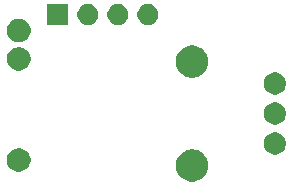
<source format=gbr>
%TF.GenerationSoftware,KiCad,Pcbnew,9.0.3-9.0.3-0~ubuntu22.04.1*%
%TF.CreationDate,2025-07-27T08:17:54-07:00*%
%TF.ProjectId,mixer-out,6d697865-722d-46f7-9574-2e6b69636164,rev?*%
%TF.SameCoordinates,Original*%
%TF.FileFunction,Soldermask,Top*%
%TF.FilePolarity,Negative*%
%FSLAX46Y46*%
G04 Gerber Fmt 4.6, Leading zero omitted, Abs format (unit mm)*
G04 Created by KiCad (PCBNEW 9.0.3-9.0.3-0~ubuntu22.04.1) date 2025-07-27 08:17:54*
%MOMM*%
%LPD*%
G01*
G04 APERTURE LIST*
G04 APERTURE END LIST*
G36*
X140722013Y-95770758D02*
G01*
X140926693Y-95837262D01*
X141118450Y-95934967D01*
X141292561Y-96061466D01*
X141444740Y-96213645D01*
X141571239Y-96387756D01*
X141668944Y-96579513D01*
X141735448Y-96784193D01*
X141769115Y-96996756D01*
X141769115Y-97211970D01*
X141735448Y-97424533D01*
X141668944Y-97629213D01*
X141571239Y-97820970D01*
X141444740Y-97995081D01*
X141292561Y-98147260D01*
X141118450Y-98273759D01*
X140926693Y-98371464D01*
X140722013Y-98437968D01*
X140509450Y-98471635D01*
X140294236Y-98471635D01*
X140081673Y-98437968D01*
X139876993Y-98371464D01*
X139685236Y-98273759D01*
X139511125Y-98147260D01*
X139358946Y-97995081D01*
X139232447Y-97820970D01*
X139134742Y-97629213D01*
X139068238Y-97424533D01*
X139034571Y-97211970D01*
X139034571Y-96996756D01*
X139068238Y-96784193D01*
X139134742Y-96579513D01*
X139232447Y-96387756D01*
X139358946Y-96213645D01*
X139511125Y-96061466D01*
X139685236Y-95934967D01*
X139876993Y-95837262D01*
X140081673Y-95770758D01*
X140294236Y-95737091D01*
X140509450Y-95737091D01*
X140722013Y-95770758D01*
G37*
G36*
X126021214Y-95686997D02*
G01*
X126202905Y-95762257D01*
X126366423Y-95871516D01*
X126505484Y-96010577D01*
X126614743Y-96174095D01*
X126690003Y-96355786D01*
X126728369Y-96548669D01*
X126728369Y-96745331D01*
X126690003Y-96938214D01*
X126614743Y-97119905D01*
X126505484Y-97283423D01*
X126366423Y-97422484D01*
X126202905Y-97531743D01*
X126021214Y-97607003D01*
X125828331Y-97645369D01*
X125631669Y-97645369D01*
X125438786Y-97607003D01*
X125257095Y-97531743D01*
X125093577Y-97422484D01*
X124954516Y-97283423D01*
X124845257Y-97119905D01*
X124769997Y-96938214D01*
X124731631Y-96745331D01*
X124731631Y-96548669D01*
X124769997Y-96355786D01*
X124845257Y-96174095D01*
X124954516Y-96010577D01*
X125093577Y-95871516D01*
X125257095Y-95762257D01*
X125438786Y-95686997D01*
X125631669Y-95648631D01*
X125828331Y-95648631D01*
X126021214Y-95686997D01*
G37*
G36*
X147685024Y-94350926D02*
G01*
X147855215Y-94421422D01*
X148008382Y-94523765D01*
X148138641Y-94654024D01*
X148240984Y-94807191D01*
X148311480Y-94977382D01*
X148347418Y-95158056D01*
X148347418Y-95342270D01*
X148311480Y-95522944D01*
X148240984Y-95693135D01*
X148138641Y-95846302D01*
X148008382Y-95976561D01*
X147855215Y-96078904D01*
X147685024Y-96149400D01*
X147504350Y-96185338D01*
X147320136Y-96185338D01*
X147139462Y-96149400D01*
X146969271Y-96078904D01*
X146816104Y-95976561D01*
X146685845Y-95846302D01*
X146583502Y-95693135D01*
X146513006Y-95522944D01*
X146477068Y-95342270D01*
X146477068Y-95158056D01*
X146513006Y-94977382D01*
X146583502Y-94807191D01*
X146685845Y-94654024D01*
X146816104Y-94523765D01*
X146969271Y-94421422D01*
X147139462Y-94350926D01*
X147320136Y-94314988D01*
X147504350Y-94314988D01*
X147685024Y-94350926D01*
G37*
G36*
X147685024Y-91810926D02*
G01*
X147855215Y-91881422D01*
X148008382Y-91983765D01*
X148138641Y-92114024D01*
X148240984Y-92267191D01*
X148311480Y-92437382D01*
X148347418Y-92618056D01*
X148347418Y-92802270D01*
X148311480Y-92982944D01*
X148240984Y-93153135D01*
X148138641Y-93306302D01*
X148008382Y-93436561D01*
X147855215Y-93538904D01*
X147685024Y-93609400D01*
X147504350Y-93645338D01*
X147320136Y-93645338D01*
X147139462Y-93609400D01*
X146969271Y-93538904D01*
X146816104Y-93436561D01*
X146685845Y-93306302D01*
X146583502Y-93153135D01*
X146513006Y-92982944D01*
X146477068Y-92802270D01*
X146477068Y-92618056D01*
X146513006Y-92437382D01*
X146583502Y-92267191D01*
X146685845Y-92114024D01*
X146816104Y-91983765D01*
X146969271Y-91881422D01*
X147139462Y-91810926D01*
X147320136Y-91774988D01*
X147504350Y-91774988D01*
X147685024Y-91810926D01*
G37*
G36*
X147685024Y-89270926D02*
G01*
X147855215Y-89341422D01*
X148008382Y-89443765D01*
X148138641Y-89574024D01*
X148240984Y-89727191D01*
X148311480Y-89897382D01*
X148347418Y-90078056D01*
X148347418Y-90262270D01*
X148311480Y-90442944D01*
X148240984Y-90613135D01*
X148138641Y-90766302D01*
X148008382Y-90896561D01*
X147855215Y-90998904D01*
X147685024Y-91069400D01*
X147504350Y-91105338D01*
X147320136Y-91105338D01*
X147139462Y-91069400D01*
X146969271Y-90998904D01*
X146816104Y-90896561D01*
X146685845Y-90766302D01*
X146583502Y-90613135D01*
X146513006Y-90442944D01*
X146477068Y-90262270D01*
X146477068Y-90078056D01*
X146513006Y-89897382D01*
X146583502Y-89727191D01*
X146685845Y-89574024D01*
X146816104Y-89443765D01*
X146969271Y-89341422D01*
X147139462Y-89270926D01*
X147320136Y-89234988D01*
X147504350Y-89234988D01*
X147685024Y-89270926D01*
G37*
G36*
X140722013Y-86982358D02*
G01*
X140926693Y-87048862D01*
X141118450Y-87146567D01*
X141292561Y-87273066D01*
X141444740Y-87425245D01*
X141571239Y-87599356D01*
X141668944Y-87791113D01*
X141735448Y-87995793D01*
X141769115Y-88208356D01*
X141769115Y-88423570D01*
X141735448Y-88636133D01*
X141668944Y-88840813D01*
X141571239Y-89032570D01*
X141444740Y-89206681D01*
X141292561Y-89358860D01*
X141118450Y-89485359D01*
X140926693Y-89583064D01*
X140722013Y-89649568D01*
X140509450Y-89683235D01*
X140294236Y-89683235D01*
X140081673Y-89649568D01*
X139876993Y-89583064D01*
X139685236Y-89485359D01*
X139511125Y-89358860D01*
X139358946Y-89206681D01*
X139232447Y-89032570D01*
X139134742Y-88840813D01*
X139068238Y-88636133D01*
X139034571Y-88423570D01*
X139034571Y-88208356D01*
X139068238Y-87995793D01*
X139134742Y-87791113D01*
X139232447Y-87599356D01*
X139358946Y-87425245D01*
X139511125Y-87273066D01*
X139685236Y-87146567D01*
X139876993Y-87048862D01*
X140081673Y-86982358D01*
X140294236Y-86948691D01*
X140509450Y-86948691D01*
X140722013Y-86982358D01*
G37*
G36*
X126021214Y-87127197D02*
G01*
X126202905Y-87202457D01*
X126366423Y-87311716D01*
X126505484Y-87450777D01*
X126614743Y-87614295D01*
X126690003Y-87795986D01*
X126728369Y-87988869D01*
X126728369Y-88185531D01*
X126690003Y-88378414D01*
X126614743Y-88560105D01*
X126505484Y-88723623D01*
X126366423Y-88862684D01*
X126202905Y-88971943D01*
X126021214Y-89047203D01*
X125828331Y-89085569D01*
X125631669Y-89085569D01*
X125438786Y-89047203D01*
X125257095Y-88971943D01*
X125093577Y-88862684D01*
X124954516Y-88723623D01*
X124845257Y-88560105D01*
X124769997Y-88378414D01*
X124731631Y-88185531D01*
X124731631Y-87988869D01*
X124769997Y-87795986D01*
X124845257Y-87614295D01*
X124954516Y-87450777D01*
X125093577Y-87311716D01*
X125257095Y-87202457D01*
X125438786Y-87127197D01*
X125631669Y-87088831D01*
X125828331Y-87088831D01*
X126021214Y-87127197D01*
G37*
G36*
X126021214Y-84714197D02*
G01*
X126202905Y-84789457D01*
X126366423Y-84898716D01*
X126505484Y-85037777D01*
X126614743Y-85201295D01*
X126690003Y-85382986D01*
X126728369Y-85575869D01*
X126728369Y-85772531D01*
X126690003Y-85965414D01*
X126614743Y-86147105D01*
X126505484Y-86310623D01*
X126366423Y-86449684D01*
X126202905Y-86558943D01*
X126021214Y-86634203D01*
X125828331Y-86672569D01*
X125631669Y-86672569D01*
X125438786Y-86634203D01*
X125257095Y-86558943D01*
X125093577Y-86449684D01*
X124954516Y-86310623D01*
X124845257Y-86147105D01*
X124769997Y-85965414D01*
X124731631Y-85772531D01*
X124731631Y-85575869D01*
X124769997Y-85382986D01*
X124845257Y-85201295D01*
X124954516Y-85037777D01*
X125093577Y-84898716D01*
X125257095Y-84789457D01*
X125438786Y-84714197D01*
X125631669Y-84675831D01*
X125828331Y-84675831D01*
X126021214Y-84714197D01*
G37*
G36*
X129896542Y-83442893D02*
G01*
X129908870Y-83451130D01*
X129917107Y-83463458D01*
X129920000Y-83478000D01*
X129920000Y-85178000D01*
X129917107Y-85192542D01*
X129908870Y-85204870D01*
X129896542Y-85213107D01*
X129882000Y-85216000D01*
X128182000Y-85216000D01*
X128167458Y-85213107D01*
X128155130Y-85204870D01*
X128146893Y-85192542D01*
X128144000Y-85178000D01*
X128144000Y-83478000D01*
X128146893Y-83463458D01*
X128155130Y-83451130D01*
X128167458Y-83442893D01*
X128182000Y-83440000D01*
X129882000Y-83440000D01*
X129896542Y-83442893D01*
G37*
G36*
X131829773Y-83478237D02*
G01*
X131990600Y-83544854D01*
X132135341Y-83641567D01*
X132258433Y-83764659D01*
X132355146Y-83909400D01*
X132421763Y-84070227D01*
X132455724Y-84240961D01*
X132455724Y-84415039D01*
X132421763Y-84585773D01*
X132355146Y-84746600D01*
X132258433Y-84891341D01*
X132135341Y-85014433D01*
X131990600Y-85111146D01*
X131829773Y-85177763D01*
X131659039Y-85211724D01*
X131484961Y-85211724D01*
X131314227Y-85177763D01*
X131153400Y-85111146D01*
X131008659Y-85014433D01*
X130885567Y-84891341D01*
X130788854Y-84746600D01*
X130722237Y-84585773D01*
X130688276Y-84415039D01*
X130688276Y-84240961D01*
X130722237Y-84070227D01*
X130788854Y-83909400D01*
X130885567Y-83764659D01*
X131008659Y-83641567D01*
X131153400Y-83544854D01*
X131314227Y-83478237D01*
X131484961Y-83444276D01*
X131659039Y-83444276D01*
X131829773Y-83478237D01*
G37*
G36*
X134369773Y-83478237D02*
G01*
X134530600Y-83544854D01*
X134675341Y-83641567D01*
X134798433Y-83764659D01*
X134895146Y-83909400D01*
X134961763Y-84070227D01*
X134995724Y-84240961D01*
X134995724Y-84415039D01*
X134961763Y-84585773D01*
X134895146Y-84746600D01*
X134798433Y-84891341D01*
X134675341Y-85014433D01*
X134530600Y-85111146D01*
X134369773Y-85177763D01*
X134199039Y-85211724D01*
X134024961Y-85211724D01*
X133854227Y-85177763D01*
X133693400Y-85111146D01*
X133548659Y-85014433D01*
X133425567Y-84891341D01*
X133328854Y-84746600D01*
X133262237Y-84585773D01*
X133228276Y-84415039D01*
X133228276Y-84240961D01*
X133262237Y-84070227D01*
X133328854Y-83909400D01*
X133425567Y-83764659D01*
X133548659Y-83641567D01*
X133693400Y-83544854D01*
X133854227Y-83478237D01*
X134024961Y-83444276D01*
X134199039Y-83444276D01*
X134369773Y-83478237D01*
G37*
G36*
X136909773Y-83478237D02*
G01*
X137070600Y-83544854D01*
X137215341Y-83641567D01*
X137338433Y-83764659D01*
X137435146Y-83909400D01*
X137501763Y-84070227D01*
X137535724Y-84240961D01*
X137535724Y-84415039D01*
X137501763Y-84585773D01*
X137435146Y-84746600D01*
X137338433Y-84891341D01*
X137215341Y-85014433D01*
X137070600Y-85111146D01*
X136909773Y-85177763D01*
X136739039Y-85211724D01*
X136564961Y-85211724D01*
X136394227Y-85177763D01*
X136233400Y-85111146D01*
X136088659Y-85014433D01*
X135965567Y-84891341D01*
X135868854Y-84746600D01*
X135802237Y-84585773D01*
X135768276Y-84415039D01*
X135768276Y-84240961D01*
X135802237Y-84070227D01*
X135868854Y-83909400D01*
X135965567Y-83764659D01*
X136088659Y-83641567D01*
X136233400Y-83544854D01*
X136394227Y-83478237D01*
X136564961Y-83444276D01*
X136739039Y-83444276D01*
X136909773Y-83478237D01*
G37*
M02*

</source>
